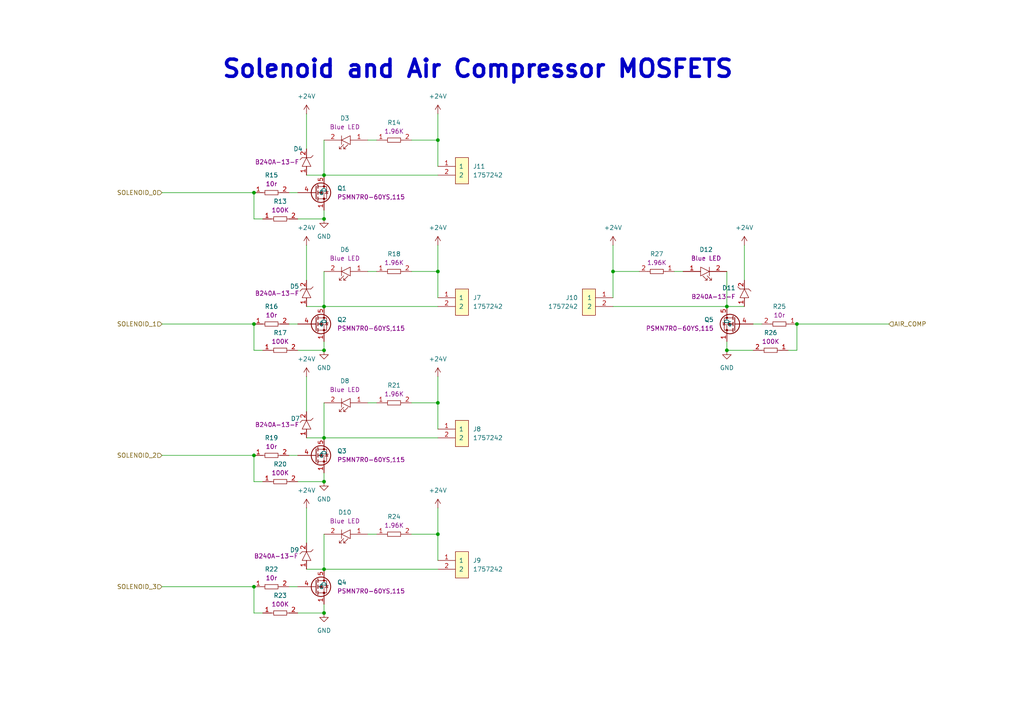
<source format=kicad_sch>
(kicad_sch (version 20231120) (generator "eeschema") (generator_version "8.0")
  (paper "A4")
  (junction (at 93.98 139.7))
  (junction (at 127 78.74))
  (junction (at 231.14 93.98))
  (junction (at 73.66 170.18))
  (junction (at 93.98 101.6))
  (junction (at 127 116.84))
  (junction (at 93.98 177.8))
  (junction (at 73.66 93.98))
  (junction (at 210.82 101.6))
  (junction (at 73.66 132.08))
  (junction (at 210.82 88.9))
  (junction (at 177.8 78.74))
  (junction (at 93.98 63.5))
  (junction (at 93.98 165.1))
  (junction (at 93.98 127))
  (junction (at 73.66 55.88))
  (junction (at 93.98 50.8))
  (junction (at 127 154.94))
  (junction (at 127 40.64))
  (junction (at 93.98 88.9))
  (wire (pts (xy 73.66 63.5) (xy 76.2 63.5)))
  (wire (pts (xy 127 78.74) (xy 127 71.12)))
  (wire (pts (xy 127 154.94) (xy 127 162.56)))
  (wire (pts (xy 119.38 116.84) (xy 127 116.84)))
  (wire (pts (xy 73.66 170.18) (xy 73.66 177.8)))
  (wire (pts (xy 46.99 132.08) (xy 73.66 132.08)))
  (wire (pts (xy 119.38 78.74) (xy 127 78.74)))
  (wire (pts (xy 127 154.94) (xy 127 147.32)))
  (wire (pts (xy 83.82 55.88) (xy 86.36 55.88)))
  (wire (pts (xy 86.36 63.5) (xy 93.98 63.5)))
  (wire (pts (xy 93.98 177.8) (xy 93.98 175.26)))
  (wire (pts (xy 93.98 78.74) (xy 93.98 88.9)))
  (wire (pts (xy 88.9 71.12) (xy 88.9 81.28)))
  (wire (pts (xy 93.98 154.94) (xy 93.98 165.1)))
  (wire (pts (xy 83.82 132.08) (xy 86.36 132.08)))
  (wire (pts (xy 93.98 50.8) (xy 127 50.8)))
  (wire (pts (xy 93.98 40.64) (xy 93.98 50.8)))
  (wire (pts (xy 127 78.74) (xy 127 86.36)))
  (wire (pts (xy 86.36 101.6) (xy 93.98 101.6)))
  (wire (pts (xy 93.98 63.5) (xy 93.98 60.96)))
  (wire (pts (xy 106.68 40.64) (xy 109.22 40.64)))
  (wire (pts (xy 231.14 93.98) (xy 231.14 101.6)))
  (wire (pts (xy 88.9 127) (xy 93.98 127)))
  (wire (pts (xy 198.12 78.74) (xy 195.58 78.74)))
  (wire (pts (xy 83.82 93.98) (xy 86.36 93.98)))
  (wire (pts (xy 106.68 116.84) (xy 109.22 116.84)))
  (wire (pts (xy 73.66 55.88) (xy 73.66 63.5)))
  (wire (pts (xy 88.9 165.1) (xy 93.98 165.1)))
  (wire (pts (xy 73.66 177.8) (xy 76.2 177.8)))
  (wire (pts (xy 119.38 40.64) (xy 127 40.64)))
  (wire (pts (xy 46.99 93.98) (xy 73.66 93.98)))
  (wire (pts (xy 93.98 139.7) (xy 93.98 137.16)))
  (wire (pts (xy 220.98 93.98) (xy 218.44 93.98)))
  (wire (pts (xy 46.99 170.18) (xy 73.66 170.18)))
  (wire (pts (xy 257.81 93.98) (xy 231.14 93.98)))
  (wire (pts (xy 88.9 88.9) (xy 93.98 88.9)))
  (wire (pts (xy 106.68 154.94) (xy 109.22 154.94)))
  (wire (pts (xy 127 40.64) (xy 127 48.26)))
  (wire (pts (xy 210.82 101.6) (xy 210.82 99.06)))
  (wire (pts (xy 93.98 127) (xy 127 127)))
  (wire (pts (xy 86.36 177.8) (xy 93.98 177.8)))
  (wire (pts (xy 86.36 139.7) (xy 93.98 139.7)))
  (wire (pts (xy 127 40.64) (xy 127 33.02)))
  (wire (pts (xy 73.66 132.08) (xy 73.66 139.7)))
  (wire (pts (xy 106.68 78.74) (xy 109.22 78.74)))
  (wire (pts (xy 231.14 101.6) (xy 228.6 101.6)))
  (wire (pts (xy 93.98 101.6) (xy 93.98 99.06)))
  (wire (pts (xy 93.98 116.84) (xy 93.98 127)))
  (wire (pts (xy 210.82 78.74) (xy 210.82 88.9)))
  (wire (pts (xy 88.9 109.22) (xy 88.9 119.38)))
  (wire (pts (xy 210.82 88.9) (xy 177.8 88.9)))
  (wire (pts (xy 73.66 101.6) (xy 76.2 101.6)))
  (wire (pts (xy 83.82 170.18) (xy 86.36 170.18)))
  (wire (pts (xy 215.9 88.9) (xy 210.82 88.9)))
  (wire (pts (xy 127 116.84) (xy 127 109.22)))
  (wire (pts (xy 88.9 50.8) (xy 93.98 50.8)))
  (wire (pts (xy 88.9 147.32) (xy 88.9 157.48)))
  (wire (pts (xy 218.44 101.6) (xy 210.82 101.6)))
  (wire (pts (xy 119.38 154.94) (xy 127 154.94)))
  (wire (pts (xy 177.8 78.74) (xy 177.8 86.36)))
  (wire (pts (xy 185.42 78.74) (xy 177.8 78.74)))
  (wire (pts (xy 215.9 71.12) (xy 215.9 81.28)))
  (wire (pts (xy 93.98 88.9) (xy 127 88.9)))
  (wire (pts (xy 46.99 55.88) (xy 73.66 55.88)))
  (wire (pts (xy 88.9 33.02) (xy 88.9 43.18)))
  (wire (pts (xy 177.8 78.74) (xy 177.8 71.12)))
  (wire (pts (xy 93.98 165.1) (xy 127 165.1)))
  (wire (pts (xy 73.66 139.7) (xy 76.2 139.7)))
  (wire (pts (xy 73.66 93.98) (xy 73.66 101.6)))
  (wire (pts (xy 127 116.84) (xy 127 124.46)))
  (text "Solenoid and Air Compressor MOSFETS" (at 138.5837 20.124 0) (effects (font (size 5 5) (thickness 1) (bold yes))))
  (hierarchical_label "SOLENOID_2" (shape input) (at 46.99 132.08 180))
  (hierarchical_label "SOLENOID_1" (shape input) (at 46.99 93.98 180))
  (hierarchical_label "SOLENOID_0" (shape input) (at 46.99 55.88 180))
  (hierarchical_label "SOLENOID_3" (shape input) (at 46.99 170.18 180))
  (hierarchical_label "AIR_COMP" (shape input) (at 257.81 93.98 0))
  (symbol (lib_id "power:+24V") (at 88.9 109.22 0) (unit 1)
    (property "Reference" "#PWR045" (effects (hide yes)))
    (property "Value" "+24V" (at 88.9 104.14 0))
    (property "Description" "Power symbol creates a global label with name \"+24V\"" (effects (hide yes)))
  )
  (symbol (lib_id "AVR-KiCAD-Lib-Connectors:1757242") (at 132.08 119.38 0) (unit 1)
    (property "Reference" "J8" (at 137.16 124.46 0) (effects (justify left)))
    (property "Value" "1757242" (at 137.16 127 0) (effects (justify left)))
    (property "Footprint" "AVR-KiCAD-Lib-Connectors:PhoenixContact_MSTBA-G_02x5.08mm_Angled" (effects (hide yes)))
    (property "Datasheet" "https://media.digikey.com/pdf/Data%20Sheets/Phoenix%20Contact%20PDFs/1757242.pdf" (effects (hide yes)))
    (property "Description" "2 Position Terminal Block Header, Male Pins, Shrouded (4 Side) 0.200\" (5.08mm) 90°, Right Angle  Through Hole" (effects (hide yes)))
    (property "Cost QTY: 1" "0.64000" (effects (hide yes)))
    (property "Cost QTY: 1000" "0.45518" (effects (hide yes)))
    (property "Cost QTY: 2500" "0.43375" (effects (hide yes)))
    (property "Cost QTY: 5000" "0.40698" (effects (hide yes)))
    (property "Cost QTY: 10000" "*" (effects (hide yes)))
    (property "MFR" "Phoenix Contact" (effects (hide yes)))
    (property "MFR#" "1757242" (effects (hide yes)))
    (property "Vendor" "Digikey" (effects (hide yes)))
    (property "Vendor #" "277-1106-ND" (effects (hide yes)))
    (property "Designer" "AVR" (effects (hide yes)))
    (property "Height" "12mm" (effects (hide yes)))
    (property "Date Created" "6/20/2020" (effects (hide yes)))
    (property "Date Modified" "6/20/2020" (effects (hide yes)))
    (property "Lead-Free ?" "Yes" (effects (hide yes)))
    (property "RoHS Levels" "1" (effects (hide yes)))
    (property "Mounting" "ThroughHole" (effects (hide yes)))
    (property "Pin Count #" "2" (effects (hide yes)))
    (property "Status" "Active" (effects (hide yes)))
    (property "Tolerance" "*" (effects (hide yes)))
    (property "Type" "Connector" (effects (hide yes)))
    (property "Voltage" "300V" (effects (hide yes)))
    (property "Package" "*" (effects (hide yes)))
    (property "_Value_" "1757242" (effects (hide yes)))
    (property "Management_ID" "*" (effects (hide yes)))
  )
  (symbol (lib_id "AVR-KiCAD-Lib-Connectors:1757242") (at 132.08 43.18 0) (unit 1)
    (property "Reference" "J11" (at 137.16 48.26 0) (effects (justify left)))
    (property "Value" "1757242" (at 137.16 50.8 0) (effects (justify left)))
    (property "Footprint" "AVR-KiCAD-Lib-Connectors:PhoenixContact_MSTBA-G_02x5.08mm_Angled" (effects (hide yes)))
    (property "Datasheet" "https://media.digikey.com/pdf/Data%20Sheets/Phoenix%20Contact%20PDFs/1757242.pdf" (effects (hide yes)))
    (property "Description" "2 Position Terminal Block Header, Male Pins, Shrouded (4 Side) 0.200\" (5.08mm) 90°, Right Angle  Through Hole" (effects (hide yes)))
    (property "Cost QTY: 1" "0.64000" (effects (hide yes)))
    (property "Cost QTY: 1000" "0.45518" (effects (hide yes)))
    (property "Cost QTY: 2500" "0.43375" (effects (hide yes)))
    (property "Cost QTY: 5000" "0.40698" (effects (hide yes)))
    (property "Cost QTY: 10000" "*" (effects (hide yes)))
    (property "MFR" "Phoenix Contact" (effects (hide yes)))
    (property "MFR#" "1757242" (effects (hide yes)))
    (property "Vendor" "Digikey" (effects (hide yes)))
    (property "Vendor #" "277-1106-ND" (effects (hide yes)))
    (property "Designer" "AVR" (effects (hide yes)))
    (property "Height" "12mm" (effects (hide yes)))
    (property "Date Created" "6/20/2020" (effects (hide yes)))
    (property "Date Modified" "6/20/2020" (effects (hide yes)))
    (property "Lead-Free ?" "Yes" (effects (hide yes)))
    (property "RoHS Levels" "1" (effects (hide yes)))
    (property "Mounting" "ThroughHole" (effects (hide yes)))
    (property "Pin Count #" "2" (effects (hide yes)))
    (property "Status" "Active" (effects (hide yes)))
    (property "Tolerance" "*" (effects (hide yes)))
    (property "Type" "Connector" (effects (hide yes)))
    (property "Voltage" "300V" (effects (hide yes)))
    (property "Package" "*" (effects (hide yes)))
    (property "_Value_" "1757242" (effects (hide yes)))
    (property "Management_ID" "*" (effects (hide yes)))
  )
  (symbol (lib_id "AVR-KiCAD-Lib-Resistors:RC0805FR-0710RL") (at 78.74 170.18 0) (unit 1)
    (property "Reference" "R22" (at 78.74 165.1 0))
    (property "Value" "RC0805FR-0710RL" (effects (hide yes)))
    (property "Footprint" "AVR-KiCAD-Lib-Resistors:R0805" (effects (hide yes)))
    (property "Datasheet" "https://www.yageo.com/upload/media/product/products/datasheet/rchip/PYu-RC_Group_51_RoHS_L_12.pdf" (effects (hide yes)))
    (property "Description" "10 Ohms ±1% 0.125W, 1/8W Chip Resistor 0805 (2012 Metric) Moisture Resistant Thick Film" (effects (hide yes)))
    (property "Cost QTY: 1" "0.10000" (effects (hide yes)))
    (property "Cost QTY: 1000" "0.01462" (effects (hide yes)))
    (property "Cost QTY: 2500" "*" (effects (hide yes)))
    (property "Cost QTY: 5000" "0.01099" (effects (hide yes)))
    (property "Cost QTY: 10000" "0.00983" (effects (hide yes)))
    (property "MFR" "YAGEO" (effects (hide yes)))
    (property "MFR#" "RC0805FR-0710RL" (effects (hide yes)))
    (property "Vendor" "Digikey" (effects (hide yes)))
    (property "Vendor #" "311-10.0CRTR-ND" (effects (hide yes)))
    (property "Designer" "Adam Vadala-Roth" (effects (hide yes)))
    (property "Height" "0.6mm" (effects (hide yes)))
    (property "Date Created" "7/14/2024" (effects (hide yes)))
    (property "Date Modified" "7/14/2024" (effects (hide yes)))
    (property "Lead-Free ?" "Yes" (effects (hide yes)))
    (property "RoHS Levels" "1" (effects (hide yes)))
    (property "Mounting" "SMT" (effects (hide yes)))
    (property "Pin Count #" "2" (effects (hide yes)))
    (property "Status" "Active" (effects (hide yes)))
    (property "Tolerance" "1%" (effects (hide yes)))
    (property "Type" "Resistor" (effects (hide yes)))
    (property "Voltage" "*" (effects (hide yes)))
    (property "Package" "0805" (effects (hide yes)))
    (property "_Value_" "10r" (at 78.74 167.64 0))
    (property "Management_ID" "*" (effects (hide yes)))
  )
  (symbol (lib_id "AVR-KiCAD-Lib-Connectors:1757242") (at 132.08 157.48 0) (unit 1)
    (property "Reference" "J9" (at 137.16 162.56 0) (effects (justify left)))
    (property "Value" "1757242" (at 137.16 165.1 0) (effects (justify left)))
    (property "Footprint" "AVR-KiCAD-Lib-Connectors:PhoenixContact_MSTBA-G_02x5.08mm_Angled" (effects (hide yes)))
    (property "Datasheet" "https://media.digikey.com/pdf/Data%20Sheets/Phoenix%20Contact%20PDFs/1757242.pdf" (effects (hide yes)))
    (property "Description" "2 Position Terminal Block Header, Male Pins, Shrouded (4 Side) 0.200\" (5.08mm) 90°, Right Angle  Through Hole" (effects (hide yes)))
    (property "Cost QTY: 1" "0.64000" (effects (hide yes)))
    (property "Cost QTY: 1000" "0.45518" (effects (hide yes)))
    (property "Cost QTY: 2500" "0.43375" (effects (hide yes)))
    (property "Cost QTY: 5000" "0.40698" (effects (hide yes)))
    (property "Cost QTY: 10000" "*" (effects (hide yes)))
    (property "MFR" "Phoenix Contact" (effects (hide yes)))
    (property "MFR#" "1757242" (effects (hide yes)))
    (property "Vendor" "Digikey" (effects (hide yes)))
    (property "Vendor #" "277-1106-ND" (effects (hide yes)))
    (property "Designer" "AVR" (effects (hide yes)))
    (property "Height" "12mm" (effects (hide yes)))
    (property "Date Created" "6/20/2020" (effects (hide yes)))
    (property "Date Modified" "6/20/2020" (effects (hide yes)))
    (property "Lead-Free ?" "Yes" (effects (hide yes)))
    (property "RoHS Levels" "1" (effects (hide yes)))
    (property "Mounting" "ThroughHole" (effects (hide yes)))
    (property "Pin Count #" "2" (effects (hide yes)))
    (property "Status" "Active" (effects (hide yes)))
    (property "Tolerance" "*" (effects (hide yes)))
    (property "Type" "Connector" (effects (hide yes)))
    (property "Voltage" "300V" (effects (hide yes)))
    (property "Package" "*" (effects (hide yes)))
    (property "_Value_" "1757242" (effects (hide yes)))
    (property "Management_ID" "*" (effects (hide yes)))
  )
  (symbol (lib_id "AVR-KiCAD-Lib-Transistors:PSMN7R0-60YS,115") (at 210.82 93.98 0) (mirror y) (unit 1)
    (property "Reference" "Q5" (at 207.01 92.7099 0) (effects (justify left)))
    (property "Value" "PSMN7R0-60YS,115" (effects (hide yes)))
    (property "Footprint" "AVR-KiCAD-Lib-Transistors:IC5_PSMN7R0-60YS_115_NEX-L" (effects (hide yes)))
    (property "Datasheet" "https://assets.nexperia.com/documents/data-sheet/PSMN7R0-60YS.pdf" (effects (hide yes)))
    (property "Description" "N-Channel 60 V 89A (Tc) 117W (Tc) Surface Mount LFPAK56, Power-SO8" (effects (hide yes)))
    (property "Cost QTY: 1" "1.20000" (effects (hide yes)))
    (property "Cost QTY: 1000" "0.64856" (effects (hide yes)))
    (property "Cost QTY: 2500" "0.52833" (effects (hide yes)))
    (property "Cost QTY: 5000" "0.49736" (effects (hide yes)))
    (property "Cost QTY: 10000" "*" (effects (hide yes)))
    (property "MFR" "Nexperia USA Inc." (effects (hide yes)))
    (property "MFR#" "PSMN7R0-60YS,115" (effects (hide yes)))
    (property "Vendor" "Digikey" (effects (hide yes)))
    (property "Vendor #" "1727-4635-2-ND" (effects (hide yes)))
    (property "Designer" "Adam Vadala-Roth" (effects (hide yes)))
    (property "Height" "1.2mm" (effects (hide yes)))
    (property "Date Created" "7/14/2024" (effects (hide yes)))
    (property "Date Modified" "7/14/2024" (effects (hide yes)))
    (property "Lead-Free ?" "Yes" (effects (hide yes)))
    (property "RoHS Levels" "1" (effects (hide yes)))
    (property "Mounting" "SMT" (effects (hide yes)))
    (property "Pin Count #" "5" (effects (hide yes)))
    (property "Status" "Active" (effects (hide yes)))
    (property "Tolerance" "*" (effects (hide yes)))
    (property "Type" "Transistor" (effects (hide yes)))
    (property "Voltage" "60V" (effects (hide yes)))
    (property "Package" "LFPAK56" (effects (hide yes)))
    (property "_Value_" "PSMN7R0-60YS,115" (at 207.01 95.2499 0) (effects (justify left)))
    (property "Management_ID" "*" (effects (hide yes)))
  )
  (symbol (lib_id "AVR-KiCAD-Lib-Diodes:B240A-13-F") (at 88.9 85.09 270) (mirror x) (unit 1)
    (property "Reference" "D5" (at 84.074 83.058 90) (effects (justify left)))
    (property "Value" "B240A-13-F" (effects (hide yes)))
    (property "Footprint" "AVR-KiCAD-Lib-Diodes:B240A-13-F" (effects (hide yes)))
    (property "Datasheet" "https://www.diodes.com/assets/Datasheets/ds13004.pdf" (effects (hide yes)))
    (property "Description" "Diode Schottky 40V 2A Surface Mount SMA" (effects (hide yes)))
    (property "Cost QTY: 1" "0.41000" (effects (hide yes)))
    (property "Cost QTY: 1000" "0.10100" (effects (hide yes)))
    (property "Cost QTY: 2500" "0.09242" (effects (hide yes)))
    (property "Cost QTY: 5000" "0.08838" (effects (hide yes)))
    (property "Cost QTY: 10000" "0.07828" (effects (hide yes)))
    (property "MFR" "Diodes Incorporated" (effects (hide yes)))
    (property "MFR#" "B240A-13-F" (effects (hide yes)))
    (property "Vendor" "Digikey" (effects (hide yes)))
    (property "Vendor #" "B240A-FDICT-ND" (effects (hide yes)))
    (property "Designer" "AVR" (effects (hide yes)))
    (property "Height" "0.73mm" (effects (hide yes)))
    (property "Date Created" "3/30/2020" (effects (hide yes)))
    (property "Date Modified" "3/30/2020" (effects (hide yes)))
    (property "Lead-Free ?" "Yes" (effects (hide yes)))
    (property "RoHS Levels" "1" (effects (hide yes)))
    (property "Mounting" "SMT" (effects (hide yes)))
    (property "Pin Count #" "2" (effects (hide yes)))
    (property "Status" "Active" (effects (hide yes)))
    (property "Tolerance" "*" (effects (hide yes)))
    (property "Type" "TVS Diode" (effects (hide yes)))
    (property "Voltage" "40V" (effects (hide yes)))
    (property "Package" "DO-214AC, SMA" (effects (hide yes)))
    (property "_Value_" "B240A-13-F" (at 73.914 85.09 90) (effects (justify left)))
    (property "Management_ID" "*" (effects (hide yes)))
  )
  (symbol (lib_id "AVR-KiCAD-Lib-Diodes:LTST-C194TBKT") (at 100.33 78.74 180) (unit 1)
    (property "Reference" "D6" (at 100.0125 72.39 0))
    (property "Value" "LTST-C194TBKT" (effects (hide yes)))
    (property "Footprint" "AVR-KiCAD-Lib-Diodes:LED0603" (effects (hide yes)))
    (property "Datasheet" "http://optoelectronics.liteon.com/upload/download/DS22-2010-0025/LTST-C194TBKT.PDF" (effects (hide yes)))
    (property "Description" "Blue 468nm LED Indication - Discrete 3.3V 0603 (1608 Metric)" (effects (hide yes)))
    (property "Cost QTY: 1" "0.42000" (effects (hide yes)))
    (property "Cost QTY: 1000" "0.07797" (effects (hide yes)))
    (property "Cost QTY: 2500" "*" (effects (hide yes)))
    (property "Cost QTY: 5000" "0.06102" (effects (hide yes)))
    (property "Cost QTY: 10000" "0.05424" (effects (hide yes)))
    (property "MFR" "Lite-On Inc." (effects (hide yes)))
    (property "MFR#" "LTST-C194TBKT" (effects (hide yes)))
    (property "Vendor" "Digikey" (effects (hide yes)))
    (property "Vendor #" "160-1837-2-ND" (effects (hide yes)))
    (property "Designer" "AVR" (effects (hide yes)))
    (property "Height" "0.45mm" (effects (hide yes)))
    (property "Date Created" "3/1/2020" (effects (hide yes)))
    (property "Date Modified" "3/1/2020" (effects (hide yes)))
    (property "Lead-Free ?" "Yes" (effects (hide yes)))
    (property "RoHS Levels" "1" (effects (hide yes)))
    (property "Mounting" "SMT" (effects (hide yes)))
    (property "Pin Count #" "2" (effects (hide yes)))
    (property "Status" "Active" (effects (hide yes)))
    (property "Tolerance" "*" (effects (hide yes)))
    (property "Type" "Blue LED Colorless" (effects (hide yes)))
    (property "Voltage" "3.3V" (effects (hide yes)))
    (property "Package" "0603" (effects (hide yes)))
    (property "_Value_" "Blue LED" (at 100.0125 74.93 0))
    (property "Management_ID" "*" (effects (hide yes)))
  )
  (symbol (lib_id "power:+24V") (at 88.9 71.12 0) (unit 1)
    (property "Reference" "#PWR042" (effects (hide yes)))
    (property "Value" "+24V" (at 88.9 66.04 0))
    (property "Description" "Power symbol creates a global label with name \"+24V\"" (effects (hide yes)))
  )
  (symbol (lib_id "power:+24V") (at 88.9 147.32 0) (unit 1)
    (property "Reference" "#PWR048" (effects (hide yes)))
    (property "Value" "+24V" (at 88.9 142.24 0))
    (property "Description" "Power symbol creates a global label with name \"+24V\"" (effects (hide yes)))
  )
  (symbol (lib_id "power:GND") (at 93.98 63.5 0) (unit 1)
    (property "Reference" "#PWR040" (effects (hide yes)))
    (property "Value" "GND" (at 93.98 68.58 0))
    (property "Description" "Power symbol creates a global label with name \"GND\" , ground" (effects (hide yes)))
  )
  (symbol (lib_id "power:+24V") (at 88.9 33.02 0) (unit 1)
    (property "Reference" "#PWR041" (effects (hide yes)))
    (property "Value" "+24V" (at 88.9 27.94 0))
    (property "Description" "Power symbol creates a global label with name \"+24V\"" (effects (hide yes)))
  )
  (symbol (lib_id "AVR-KiCAD-Lib-Diodes:LTST-C194TBKT") (at 100.33 40.64 180) (unit 1)
    (property "Reference" "D3" (at 100.0125 34.29 0))
    (property "Value" "LTST-C194TBKT" (effects (hide yes)))
    (property "Footprint" "AVR-KiCAD-Lib-Diodes:LED0603" (effects (hide yes)))
    (property "Datasheet" "http://optoelectronics.liteon.com/upload/download/DS22-2010-0025/LTST-C194TBKT.PDF" (effects (hide yes)))
    (property "Description" "Blue 468nm LED Indication - Discrete 3.3V 0603 (1608 Metric)" (effects (hide yes)))
    (property "Cost QTY: 1" "0.42000" (effects (hide yes)))
    (property "Cost QTY: 1000" "0.07797" (effects (hide yes)))
    (property "Cost QTY: 2500" "*" (effects (hide yes)))
    (property "Cost QTY: 5000" "0.06102" (effects (hide yes)))
    (property "Cost QTY: 10000" "0.05424" (effects (hide yes)))
    (property "MFR" "Lite-On Inc." (effects (hide yes)))
    (property "MFR#" "LTST-C194TBKT" (effects (hide yes)))
    (property "Vendor" "Digikey" (effects (hide yes)))
    (property "Vendor #" "160-1837-2-ND" (effects (hide yes)))
    (property "Designer" "AVR" (effects (hide yes)))
    (property "Height" "0.45mm" (effects (hide yes)))
    (property "Date Created" "3/1/2020" (effects (hide yes)))
    (property "Date Modified" "3/1/2020" (effects (hide yes)))
    (property "Lead-Free ?" "Yes" (effects (hide yes)))
    (property "RoHS Levels" "1" (effects (hide yes)))
    (property "Mounting" "SMT" (effects (hide yes)))
    (property "Pin Count #" "2" (effects (hide yes)))
    (property "Status" "Active" (effects (hide yes)))
    (property "Tolerance" "*" (effects (hide yes)))
    (property "Type" "Blue LED Colorless" (effects (hide yes)))
    (property "Voltage" "3.3V" (effects (hide yes)))
    (property "Package" "0603" (effects (hide yes)))
    (property "_Value_" "Blue LED" (at 100.0125 36.83 0))
    (property "Management_ID" "*" (effects (hide yes)))
  )
  (symbol (lib_id "power:+24V") (at 215.9 71.12 0) (mirror y) (unit 1)
    (property "Reference" "#PWR051" (effects (hide yes)))
    (property "Value" "+24V" (at 215.9 66.04 0))
    (property "Description" "Power symbol creates a global label with name \"+24V\"" (effects (hide yes)))
  )
  (symbol (lib_id "AVR-KiCAD-Lib-Resistors:RC0805FR-07100KL") (at 81.28 139.7 0) (unit 1)
    (property "Reference" "R20" (at 81.28 134.62 0))
    (property "Value" "RC0805FR-07100KL" (effects (hide yes)))
    (property "Footprint" "AVR-KiCAD-Lib-Resistors:R0805" (effects (hide yes)))
    (property "Datasheet" "https://www.yageo.com/upload/media/product/products/datasheet/rchip/PYu-RC_Group_51_RoHS_L_12.pdf" (effects (hide yes)))
    (property "Description" "100 kOhms ±1% 0.125W, 1/8W Chip Resistor 0805 (2012 Metric) Moisture Resistant Thick Film" (effects (hide yes)))
    (property "Cost QTY: 1" "0.10000" (effects (hide yes)))
    (property "Cost QTY: 1000" "0.00787" (effects (hide yes)))
    (property "Cost QTY: 2500" "*" (effects (hide yes)))
    (property "Cost QTY: 5000" "0.00577" (effects (hide yes)))
    (property "Cost QTY: 10000" "0.00511" (effects (hide yes)))
    (property "MFR" "YAGEO" (effects (hide yes)))
    (property "MFR#" "RC0805FR-07100KL" (effects (hide yes)))
    (property "Vendor" "Digikey" (effects (hide yes)))
    (property "Vendor #" "311-100KCRTR-ND" (effects (hide yes)))
    (property "Designer" "AVR" (effects (hide yes)))
    (property "Height" "0.6mm" (effects (hide yes)))
    (property "Date Created" "2/27/2024" (effects (hide yes)))
    (property "Date Modified" "2/27/2024" (effects (hide yes)))
    (property "Lead-Free ?" "Yes" (effects (hide yes)))
    (property "RoHS Levels" "1" (effects (hide yes)))
    (property "Mounting" "SMT" (effects (hide yes)))
    (property "Pin Count #" "2" (effects (hide yes)))
    (property "Status" "Active" (effects (hide yes)))
    (property "Tolerance" "1%" (effects (hide yes)))
    (property "Type" "Resistor" (effects (hide yes)))
    (property "Voltage" "*" (effects (hide yes)))
    (property "Package" "0805" (effects (hide yes)))
    (property "_Value_" "100K" (at 81.28 137.16 0))
    (property "Management_ID" "*" (effects (hide yes)))
  )
  (symbol (lib_id "AVR-KiCAD-Lib-Diodes:B240A-13-F") (at 88.9 123.19 270) (mirror x) (unit 1)
    (property "Reference" "D7" (at 84.328 121.412 90) (effects (justify left)))
    (property "Value" "B240A-13-F" (effects (hide yes)))
    (property "Footprint" "AVR-KiCAD-Lib-Diodes:B240A-13-F" (effects (hide yes)))
    (property "Datasheet" "https://www.diodes.com/assets/Datasheets/ds13004.pdf" (effects (hide yes)))
    (property "Description" "Diode Schottky 40V 2A Surface Mount SMA" (effects (hide yes)))
    (property "Cost QTY: 1" "0.41000" (effects (hide yes)))
    (property "Cost QTY: 1000" "0.10100" (effects (hide yes)))
    (property "Cost QTY: 2500" "0.09242" (effects (hide yes)))
    (property "Cost QTY: 5000" "0.08838" (effects (hide yes)))
    (property "Cost QTY: 10000" "0.07828" (effects (hide yes)))
    (property "MFR" "Diodes Incorporated" (effects (hide yes)))
    (property "MFR#" "B240A-13-F" (effects (hide yes)))
    (property "Vendor" "Digikey" (effects (hide yes)))
    (property "Vendor #" "B240A-FDICT-ND" (effects (hide yes)))
    (property "Designer" "AVR" (effects (hide yes)))
    (property "Height" "0.73mm" (effects (hide yes)))
    (property "Date Created" "3/30/2020" (effects (hide yes)))
    (property "Date Modified" "3/30/2020" (effects (hide yes)))
    (property "Lead-Free ?" "Yes" (effects (hide yes)))
    (property "RoHS Levels" "1" (effects (hide yes)))
    (property "Mounting" "SMT" (effects (hide yes)))
    (property "Pin Count #" "2" (effects (hide yes)))
    (property "Status" "Active" (effects (hide yes)))
    (property "Tolerance" "*" (effects (hide yes)))
    (property "Type" "TVS Diode" (effects (hide yes)))
    (property "Voltage" "40V" (effects (hide yes)))
    (property "Package" "DO-214AC, SMA" (effects (hide yes)))
    (property "_Value_" "B240A-13-F" (at 73.914 123.19 90) (effects (justify left)))
    (property "Management_ID" "*" (effects (hide yes)))
  )
  (symbol (lib_id "AVR-KiCAD-Lib-Resistors:RC0805FR-0710RL") (at 78.74 55.88 0) (unit 1)
    (property "Reference" "R15" (at 78.74 50.8 0))
    (property "Value" "RC0805FR-0710RL" (effects (hide yes)))
    (property "Footprint" "AVR-KiCAD-Lib-Resistors:R0805" (effects (hide yes)))
    (property "Datasheet" "https://www.yageo.com/upload/media/product/products/datasheet/rchip/PYu-RC_Group_51_RoHS_L_12.pdf" (effects (hide yes)))
    (property "Description" "10 Ohms ±1% 0.125W, 1/8W Chip Resistor 0805 (2012 Metric) Moisture Resistant Thick Film" (effects (hide yes)))
    (property "Cost QTY: 1" "0.10000" (effects (hide yes)))
    (property "Cost QTY: 1000" "0.01462" (effects (hide yes)))
    (property "Cost QTY: 2500" "*" (effects (hide yes)))
    (property "Cost QTY: 5000" "0.01099" (effects (hide yes)))
    (property "Cost QTY: 10000" "0.00983" (effects (hide yes)))
    (property "MFR" "YAGEO" (effects (hide yes)))
    (property "MFR#" "RC0805FR-0710RL" (effects (hide yes)))
    (property "Vendor" "Digikey" (effects (hide yes)))
    (property "Vendor #" "311-10.0CRTR-ND" (effects (hide yes)))
    (property "Designer" "Adam Vadala-Roth" (effects (hide yes)))
    (property "Height" "0.6mm" (effects (hide yes)))
    (property "Date Created" "7/14/2024" (effects (hide yes)))
    (property "Date Modified" "7/14/2024" (effects (hide yes)))
    (property "Lead-Free ?" "Yes" (effects (hide yes)))
    (property "RoHS Levels" "1" (effects (hide yes)))
    (property "Mounting" "SMT" (effects (hide yes)))
    (property "Pin Count #" "2" (effects (hide yes)))
    (property "Status" "Active" (effects (hide yes)))
    (property "Tolerance" "1%" (effects (hide yes)))
    (property "Type" "Resistor" (effects (hide yes)))
    (property "Voltage" "*" (effects (hide yes)))
    (property "Package" "0805" (effects (hide yes)))
    (property "_Value_" "10r" (at 78.74 53.34 0))
    (property "Management_ID" "*" (effects (hide yes)))
  )
  (symbol (lib_id "AVR-KiCAD-Lib-Resistors:RC0805FR-07100KL") (at 81.28 101.6 0) (unit 1)
    (property "Reference" "R17" (at 81.28 96.52 0))
    (property "Value" "RC0805FR-07100KL" (effects (hide yes)))
    (property "Footprint" "AVR-KiCAD-Lib-Resistors:R0805" (effects (hide yes)))
    (property "Datasheet" "https://www.yageo.com/upload/media/product/products/datasheet/rchip/PYu-RC_Group_51_RoHS_L_12.pdf" (effects (hide yes)))
    (property "Description" "100 kOhms ±1% 0.125W, 1/8W Chip Resistor 0805 (2012 Metric) Moisture Resistant Thick Film" (effects (hide yes)))
    (property "Cost QTY: 1" "0.10000" (effects (hide yes)))
    (property "Cost QTY: 1000" "0.00787" (effects (hide yes)))
    (property "Cost QTY: 2500" "*" (effects (hide yes)))
    (property "Cost QTY: 5000" "0.00577" (effects (hide yes)))
    (property "Cost QTY: 10000" "0.00511" (effects (hide yes)))
    (property "MFR" "YAGEO" (effects (hide yes)))
    (property "MFR#" "RC0805FR-07100KL" (effects (hide yes)))
    (property "Vendor" "Digikey" (effects (hide yes)))
    (property "Vendor #" "311-100KCRTR-ND" (effects (hide yes)))
    (property "Designer" "AVR" (effects (hide yes)))
    (property "Height" "0.6mm" (effects (hide yes)))
    (property "Date Created" "2/27/2024" (effects (hide yes)))
    (property "Date Modified" "2/27/2024" (effects (hide yes)))
    (property "Lead-Free ?" "Yes" (effects (hide yes)))
    (property "RoHS Levels" "1" (effects (hide yes)))
    (property "Mounting" "SMT" (effects (hide yes)))
    (property "Pin Count #" "2" (effects (hide yes)))
    (property "Status" "Active" (effects (hide yes)))
    (property "Tolerance" "1%" (effects (hide yes)))
    (property "Type" "Resistor" (effects (hide yes)))
    (property "Voltage" "*" (effects (hide yes)))
    (property "Package" "0805" (effects (hide yes)))
    (property "_Value_" "100K" (at 81.28 99.06 0))
    (property "Management_ID" "*" (effects (hide yes)))
  )
  (symbol (lib_id "AVR-KiCAD-Lib-Diodes:B240A-13-F") (at 215.9 85.09 90) (unit 1)
    (property "Reference" "D11" (at 213.36 83.5024 90) (effects (justify left)))
    (property "Value" "B240A-13-F" (effects (hide yes)))
    (property "Footprint" "AVR-KiCAD-Lib-Diodes:B240A-13-F" (effects (hide yes)))
    (property "Datasheet" "https://www.diodes.com/assets/Datasheets/ds13004.pdf" (effects (hide yes)))
    (property "Description" "Diode Schottky 40V 2A Surface Mount SMA" (effects (hide yes)))
    (property "Cost QTY: 1" "0.41000" (effects (hide yes)))
    (property "Cost QTY: 1000" "0.10100" (effects (hide yes)))
    (property "Cost QTY: 2500" "0.09242" (effects (hide yes)))
    (property "Cost QTY: 5000" "0.08838" (effects (hide yes)))
    (property "Cost QTY: 10000" "0.07828" (effects (hide yes)))
    (property "MFR" "Diodes Incorporated" (effects (hide yes)))
    (property "MFR#" "B240A-13-F" (effects (hide yes)))
    (property "Vendor" "Digikey" (effects (hide yes)))
    (property "Vendor #" "B240A-FDICT-ND" (effects (hide yes)))
    (property "Designer" "AVR" (effects (hide yes)))
    (property "Height" "0.73mm" (effects (hide yes)))
    (property "Date Created" "3/30/2020" (effects (hide yes)))
    (property "Date Modified" "3/30/2020" (effects (hide yes)))
    (property "Lead-Free ?" "Yes" (effects (hide yes)))
    (property "RoHS Levels" "1" (effects (hide yes)))
    (property "Mounting" "SMT" (effects (hide yes)))
    (property "Pin Count #" "2" (effects (hide yes)))
    (property "Status" "Active" (effects (hide yes)))
    (property "Tolerance" "*" (effects (hide yes)))
    (property "Type" "TVS Diode" (effects (hide yes)))
    (property "Voltage" "40V" (effects (hide yes)))
    (property "Package" "DO-214AC, SMA" (effects (hide yes)))
    (property "_Value_" "B240A-13-F" (at 213.36 86.0424 90) (effects (justify left)))
    (property "Management_ID" "*" (effects (hide yes)))
  )
  (symbol (lib_id "power:GND") (at 93.98 101.6 0) (unit 1)
    (property "Reference" "#PWR043" (effects (hide yes)))
    (property "Value" "GND" (at 93.98 106.68 0))
    (property "Description" "Power symbol creates a global label with name \"GND\" , ground" (effects (hide yes)))
  )
  (symbol (lib_id "AVR-KiCAD-Lib-Resistors:RC0805FR-0710RL") (at 78.74 132.08 0) (unit 1)
    (property "Reference" "R19" (at 78.74 127 0))
    (property "Value" "RC0805FR-0710RL" (effects (hide yes)))
    (property "Footprint" "AVR-KiCAD-Lib-Resistors:R0805" (effects (hide yes)))
    (property "Datasheet" "https://www.yageo.com/upload/media/product/products/datasheet/rchip/PYu-RC_Group_51_RoHS_L_12.pdf" (effects (hide yes)))
    (property "Description" "10 Ohms ±1% 0.125W, 1/8W Chip Resistor 0805 (2012 Metric) Moisture Resistant Thick Film" (effects (hide yes)))
    (property "Cost QTY: 1" "0.10000" (effects (hide yes)))
    (property "Cost QTY: 1000" "0.01462" (effects (hide yes)))
    (property "Cost QTY: 2500" "*" (effects (hide yes)))
    (property "Cost QTY: 5000" "0.01099" (effects (hide yes)))
    (property "Cost QTY: 10000" "0.00983" (effects (hide yes)))
    (property "MFR" "YAGEO" (effects (hide yes)))
    (property "MFR#" "RC0805FR-0710RL" (effects (hide yes)))
    (property "Vendor" "Digikey" (effects (hide yes)))
    (property "Vendor #" "311-10.0CRTR-ND" (effects (hide yes)))
    (property "Designer" "Adam Vadala-Roth" (effects (hide yes)))
    (property "Height" "0.6mm" (effects (hide yes)))
    (property "Date Created" "7/14/2024" (effects (hide yes)))
    (property "Date Modified" "7/14/2024" (effects (hide yes)))
    (property "Lead-Free ?" "Yes" (effects (hide yes)))
    (property "RoHS Levels" "1" (effects (hide yes)))
    (property "Mounting" "SMT" (effects (hide yes)))
    (property "Pin Count #" "2" (effects (hide yes)))
    (property "Status" "Active" (effects (hide yes)))
    (property "Tolerance" "1%" (effects (hide yes)))
    (property "Type" "Resistor" (effects (hide yes)))
    (property "Voltage" "*" (effects (hide yes)))
    (property "Package" "0805" (effects (hide yes)))
    (property "_Value_" "10r" (at 78.74 129.54 0))
    (property "Management_ID" "*" (effects (hide yes)))
  )
  (symbol (lib_id "power:+24V") (at 127 71.12 0) (unit 1)
    (property "Reference" "#PWR044" (effects (hide yes)))
    (property "Value" "+24V" (at 127 66.04 0))
    (property "Description" "Power symbol creates a global label with name \"+24V\"" (effects (hide yes)))
  )
  (symbol (lib_id "AVR-KiCAD-Lib-Transistors:PSMN7R0-60YS,115") (at 93.98 93.98 0) (unit 1)
    (property "Reference" "Q2" (at 97.79 92.7099 0) (effects (justify left)))
    (property "Value" "PSMN7R0-60YS,115" (effects (hide yes)))
    (property "Footprint" "AVR-KiCAD-Lib-Transistors:IC5_PSMN7R0-60YS_115_NEX-L" (effects (hide yes)))
    (property "Datasheet" "https://assets.nexperia.com/documents/data-sheet/PSMN7R0-60YS.pdf" (effects (hide yes)))
    (property "Description" "N-Channel 60 V 89A (Tc) 117W (Tc) Surface Mount LFPAK56, Power-SO8" (effects (hide yes)))
    (property "Cost QTY: 1" "1.20000" (effects (hide yes)))
    (property "Cost QTY: 1000" "0.64856" (effects (hide yes)))
    (property "Cost QTY: 2500" "0.52833" (effects (hide yes)))
    (property "Cost QTY: 5000" "0.49736" (effects (hide yes)))
    (property "Cost QTY: 10000" "*" (effects (hide yes)))
    (property "MFR" "Nexperia USA Inc." (effects (hide yes)))
    (property "MFR#" "PSMN7R0-60YS,115" (effects (hide yes)))
    (property "Vendor" "Digikey" (effects (hide yes)))
    (property "Vendor #" "1727-4635-2-ND" (effects (hide yes)))
    (property "Designer" "Adam Vadala-Roth" (effects (hide yes)))
    (property "Height" "1.2mm" (effects (hide yes)))
    (property "Date Created" "7/14/2024" (effects (hide yes)))
    (property "Date Modified" "7/14/2024" (effects (hide yes)))
    (property "Lead-Free ?" "Yes" (effects (hide yes)))
    (property "RoHS Levels" "1" (effects (hide yes)))
    (property "Mounting" "SMT" (effects (hide yes)))
    (property "Pin Count #" "5" (effects (hide yes)))
    (property "Status" "Active" (effects (hide yes)))
    (property "Tolerance" "*" (effects (hide yes)))
    (property "Type" "Transistor" (effects (hide yes)))
    (property "Voltage" "60V" (effects (hide yes)))
    (property "Package" "LFPAK56" (effects (hide yes)))
    (property "_Value_" "PSMN7R0-60YS,115" (at 97.79 95.2499 0) (effects (justify left)))
    (property "Management_ID" "*" (effects (hide yes)))
  )
  (symbol (lib_id "power:GND") (at 210.82 101.6 0) (mirror y) (unit 1)
    (property "Reference" "#PWR052" (effects (hide yes)))
    (property "Value" "GND" (at 210.82 106.68 0))
    (property "Description" "Power symbol creates a global label with name \"GND\" , ground" (effects (hide yes)))
  )
  (symbol (lib_id "AVR-KiCAD-Lib-Resistors:RC0805FR-071K96L") (at 190.5 78.74 0) (mirror y) (unit 1)
    (property "Reference" "R27" (at 190.5 73.66 0))
    (property "Value" "RC0805FR-071K96L" (effects (hide yes)))
    (property "Footprint" "AVR-KiCAD-Lib-Resistors:R0805" (effects (hide yes)))
    (property "Datasheet" "https://www.yageo.com/upload/media/product/products/datasheet/rchip/PYu-RC_Group_51_RoHS_L_12.pdf" (effects (hide yes)))
    (property "Description" "1.96 kOhms ±1% 0.125W, 1/8W Chip Resistor 0805 (2012 Metric) Moisture Resistant Thick Film" (effects (hide yes)))
    (property "Cost QTY: 1" "0.10000" (effects (hide yes)))
    (property "Cost QTY: 1000" "0.00787" (effects (hide yes)))
    (property "Cost QTY: 2500" "*" (effects (hide yes)))
    (property "Cost QTY: 5000" "0.00577" (effects (hide yes)))
    (property "Cost QTY: 10000" "0.00511" (effects (hide yes)))
    (property "MFR" "YAGEO" (effects (hide yes)))
    (property "MFR#" "RC0805FR-071K96L" (effects (hide yes)))
    (property "Vendor" "Digikey" (effects (hide yes)))
    (property "Vendor #" "311-1.96KCRTR-ND" (effects (hide yes)))
    (property "Designer" "Adam Vadala-Roth" (effects (hide yes)))
    (property "Height" "0.6mm" (effects (hide yes)))
    (property "Date Created" "3/12/2024" (effects (hide yes)))
    (property "Date Modified" "3/12/2024" (effects (hide yes)))
    (property "Lead-Free ?" "Yes" (effects (hide yes)))
    (property "RoHS Levels" "1" (effects (hide yes)))
    (property "Mounting" "SMT" (effects (hide yes)))
    (property "Pin Count #" "2" (effects (hide yes)))
    (property "Status" "Active" (effects (hide yes)))
    (property "Tolerance" "1%" (effects (hide yes)))
    (property "Type" "Resistor" (effects (hide yes)))
    (property "Voltage" "N/A" (effects (hide yes)))
    (property "Package" "0805" (effects (hide yes)))
    (property "_Value_" "1.96K" (at 190.5 76.2 0))
    (property "Management_ID" "*" (effects (hide yes)))
  )
  (symbol (lib_id "power:GND") (at 93.98 139.7 0) (unit 1)
    (property "Reference" "#PWR046" (effects (hide yes)))
    (property "Value" "GND" (at 93.98 144.78 0))
    (property "Description" "Power symbol creates a global label with name \"GND\" , ground" (effects (hide yes)))
  )
  (symbol (lib_id "AVR-KiCAD-Lib-Resistors:RC0805FR-0710RL") (at 78.74 93.98 0) (unit 1)
    (property "Reference" "R16" (at 78.74 88.9 0))
    (property "Value" "RC0805FR-0710RL" (effects (hide yes)))
    (property "Footprint" "AVR-KiCAD-Lib-Resistors:R0805" (effects (hide yes)))
    (property "Datasheet" "https://www.yageo.com/upload/media/product/products/datasheet/rchip/PYu-RC_Group_51_RoHS_L_12.pdf" (effects (hide yes)))
    (property "Description" "10 Ohms ±1% 0.125W, 1/8W Chip Resistor 0805 (2012 Metric) Moisture Resistant Thick Film" (effects (hide yes)))
    (property "Cost QTY: 1" "0.10000" (effects (hide yes)))
    (property "Cost QTY: 1000" "0.01462" (effects (hide yes)))
    (property "Cost QTY: 2500" "*" (effects (hide yes)))
    (property "Cost QTY: 5000" "0.01099" (effects (hide yes)))
    (property "Cost QTY: 10000" "0.00983" (effects (hide yes)))
    (property "MFR" "YAGEO" (effects (hide yes)))
    (property "MFR#" "RC0805FR-0710RL" (effects (hide yes)))
    (property "Vendor" "Digikey" (effects (hide yes)))
    (property "Vendor #" "311-10.0CRTR-ND" (effects (hide yes)))
    (property "Designer" "Adam Vadala-Roth" (effects (hide yes)))
    (property "Height" "0.6mm" (effects (hide yes)))
    (property "Date Created" "7/14/2024" (effects (hide yes)))
    (property "Date Modified" "7/14/2024" (effects (hide yes)))
    (property "Lead-Free ?" "Yes" (effects (hide yes)))
    (property "RoHS Levels" "1" (effects (hide yes)))
    (property "Mounting" "SMT" (effects (hide yes)))
    (property "Pin Count #" "2" (effects (hide yes)))
    (property "Status" "Active" (effects (hide yes)))
    (property "Tolerance" "1%" (effects (hide yes)))
    (property "Type" "Resistor" (effects (hide yes)))
    (property "Voltage" "*" (effects (hide yes)))
    (property "Package" "0805" (effects (hide yes)))
    (property "_Value_" "10r" (at 78.74 91.44 0))
    (property "Management_ID" "*" (effects (hide yes)))
  )
  (symbol (lib_id "AVR-KiCAD-Lib-Resistors:RC0805FR-07100KL") (at 81.28 177.8 0) (unit 1)
    (property "Reference" "R23" (at 81.28 172.72 0))
    (property "Value" "RC0805FR-07100KL" (effects (hide yes)))
    (property "Footprint" "AVR-KiCAD-Lib-Resistors:R0805" (effects (hide yes)))
    (property "Datasheet" "https://www.yageo.com/upload/media/product/products/datasheet/rchip/PYu-RC_Group_51_RoHS_L_12.pdf" (effects (hide yes)))
    (property "Description" "100 kOhms ±1% 0.125W, 1/8W Chip Resistor 0805 (2012 Metric) Moisture Resistant Thick Film" (effects (hide yes)))
    (property "Cost QTY: 1" "0.10000" (effects (hide yes)))
    (property "Cost QTY: 1000" "0.00787" (effects (hide yes)))
    (property "Cost QTY: 2500" "*" (effects (hide yes)))
    (property "Cost QTY: 5000" "0.00577" (effects (hide yes)))
    (property "Cost QTY: 10000" "0.00511" (effects (hide yes)))
    (property "MFR" "YAGEO" (effects (hide yes)))
    (property "MFR#" "RC0805FR-07100KL" (effects (hide yes)))
    (property "Vendor" "Digikey" (effects (hide yes)))
    (property "Vendor #" "311-100KCRTR-ND" (effects (hide yes)))
    (property "Designer" "AVR" (effects (hide yes)))
    (property "Height" "0.6mm" (effects (hide yes)))
    (property "Date Created" "2/27/2024" (effects (hide yes)))
    (property "Date Modified" "2/27/2024" (effects (hide yes)))
    (property "Lead-Free ?" "Yes" (effects (hide yes)))
    (property "RoHS Levels" "1" (effects (hide yes)))
    (property "Mounting" "SMT" (effects (hide yes)))
    (property "Pin Count #" "2" (effects (hide yes)))
    (property "Status" "Active" (effects (hide yes)))
    (property "Tolerance" "1%" (effects (hide yes)))
    (property "Type" "Resistor" (effects (hide yes)))
    (property "Voltage" "*" (effects (hide yes)))
    (property "Package" "0805" (effects (hide yes)))
    (property "_Value_" "100K" (at 81.28 175.26 0))
    (property "Management_ID" "*" (effects (hide yes)))
  )
  (symbol (lib_id "AVR-KiCAD-Lib-Connectors:1757242") (at 132.08 81.28 0) (unit 1)
    (property "Reference" "J7" (at 137.16 86.36 0) (effects (justify left)))
    (property "Value" "1757242" (at 137.16 88.9 0) (effects (justify left)))
    (property "Footprint" "AVR-KiCAD-Lib-Connectors:PhoenixContact_MSTBA-G_02x5.08mm_Angled" (effects (hide yes)))
    (property "Datasheet" "https://media.digikey.com/pdf/Data%20Sheets/Phoenix%20Contact%20PDFs/1757242.pdf" (effects (hide yes)))
    (property "Description" "2 Position Terminal Block Header, Male Pins, Shrouded (4 Side) 0.200\" (5.08mm) 90°, Right Angle  Through Hole" (effects (hide yes)))
    (property "Cost QTY: 1" "0.64000" (effects (hide yes)))
    (property "Cost QTY: 1000" "0.45518" (effects (hide yes)))
    (property "Cost QTY: 2500" "0.43375" (effects (hide yes)))
    (property "Cost QTY: 5000" "0.40698" (effects (hide yes)))
    (property "Cost QTY: 10000" "*" (effects (hide yes)))
    (property "MFR" "Phoenix Contact" (effects (hide yes)))
    (property "MFR#" "1757242" (effects (hide yes)))
    (property "Vendor" "Digikey" (effects (hide yes)))
    (property "Vendor #" "277-1106-ND" (effects (hide yes)))
    (property "Designer" "AVR" (effects (hide yes)))
    (property "Height" "12mm" (effects (hide yes)))
    (property "Date Created" "6/20/2020" (effects (hide yes)))
    (property "Date Modified" "6/20/2020" (effects (hide yes)))
    (property "Lead-Free ?" "Yes" (effects (hide yes)))
    (property "RoHS Levels" "1" (effects (hide yes)))
    (property "Mounting" "ThroughHole" (effects (hide yes)))
    (property "Pin Count #" "2" (effects (hide yes)))
    (property "Status" "Active" (effects (hide yes)))
    (property "Tolerance" "*" (effects (hide yes)))
    (property "Type" "Connector" (effects (hide yes)))
    (property "Voltage" "300V" (effects (hide yes)))
    (property "Package" "*" (effects (hide yes)))
    (property "_Value_" "1757242" (effects (hide yes)))
    (property "Management_ID" "*" (effects (hide yes)))
  )
  (symbol (lib_id "AVR-KiCAD-Lib-Resistors:RC0805FR-07100KL") (at 223.52 101.6 0) (mirror y) (unit 1)
    (property "Reference" "R26" (at 223.52 96.52 0))
    (property "Value" "RC0805FR-07100KL" (effects (hide yes)))
    (property "Footprint" "AVR-KiCAD-Lib-Resistors:R0805" (effects (hide yes)))
    (property "Datasheet" "https://www.yageo.com/upload/media/product/products/datasheet/rchip/PYu-RC_Group_51_RoHS_L_12.pdf" (effects (hide yes)))
    (property "Description" "100 kOhms ±1% 0.125W, 1/8W Chip Resistor 0805 (2012 Metric) Moisture Resistant Thick Film" (effects (hide yes)))
    (property "Cost QTY: 1" "0.10000" (effects (hide yes)))
    (property "Cost QTY: 1000" "0.00787" (effects (hide yes)))
    (property "Cost QTY: 2500" "*" (effects (hide yes)))
    (property "Cost QTY: 5000" "0.00577" (effects (hide yes)))
    (property "Cost QTY: 10000" "0.00511" (effects (hide yes)))
    (property "MFR" "YAGEO" (effects (hide yes)))
    (property "MFR#" "RC0805FR-07100KL" (effects (hide yes)))
    (property "Vendor" "Digikey" (effects (hide yes)))
    (property "Vendor #" "311-100KCRTR-ND" (effects (hide yes)))
    (property "Designer" "AVR" (effects (hide yes)))
    (property "Height" "0.6mm" (effects (hide yes)))
    (property "Date Created" "2/27/2024" (effects (hide yes)))
    (property "Date Modified" "2/27/2024" (effects (hide yes)))
    (property "Lead-Free ?" "Yes" (effects (hide yes)))
    (property "RoHS Levels" "1" (effects (hide yes)))
    (property "Mounting" "SMT" (effects (hide yes)))
    (property "Pin Count #" "2" (effects (hide yes)))
    (property "Status" "Active" (effects (hide yes)))
    (property "Tolerance" "1%" (effects (hide yes)))
    (property "Type" "Resistor" (effects (hide yes)))
    (property "Voltage" "*" (effects (hide yes)))
    (property "Package" "0805" (effects (hide yes)))
    (property "_Value_" "100K" (at 223.52 99.06 0))
    (property "Management_ID" "*" (effects (hide yes)))
  )
  (symbol (lib_id "AVR-KiCAD-Lib-Diodes:LTST-C194TBKT") (at 204.47 78.74 0) (mirror x) (unit 1)
    (property "Reference" "D12" (at 204.7875 72.39 0))
    (property "Value" "LTST-C194TBKT" (effects (hide yes)))
    (property "Footprint" "AVR-KiCAD-Lib-Diodes:LED0603" (effects (hide yes)))
    (property "Datasheet" "http://optoelectronics.liteon.com/upload/download/DS22-2010-0025/LTST-C194TBKT.PDF" (effects (hide yes)))
    (property "Description" "Blue 468nm LED Indication - Discrete 3.3V 0603 (1608 Metric)" (effects (hide yes)))
    (property "Cost QTY: 1" "0.42000" (effects (hide yes)))
    (property "Cost QTY: 1000" "0.07797" (effects (hide yes)))
    (property "Cost QTY: 2500" "*" (effects (hide yes)))
    (property "Cost QTY: 5000" "0.06102" (effects (hide yes)))
    (property "Cost QTY: 10000" "0.05424" (effects (hide yes)))
    (property "MFR" "Lite-On Inc." (effects (hide yes)))
    (property "MFR#" "LTST-C194TBKT" (effects (hide yes)))
    (property "Vendor" "Digikey" (effects (hide yes)))
    (property "Vendor #" "160-1837-2-ND" (effects (hide yes)))
    (property "Designer" "AVR" (effects (hide yes)))
    (property "Height" "0.45mm" (effects (hide yes)))
    (property "Date Created" "3/1/2020" (effects (hide yes)))
    (property "Date Modified" "3/1/2020" (effects (hide yes)))
    (property "Lead-Free ?" "Yes" (effects (hide yes)))
    (property "RoHS Levels" "1" (effects (hide yes)))
    (property "Mounting" "SMT" (effects (hide yes)))
    (property "Pin Count #" "2" (effects (hide yes)))
    (property "Status" "Active" (effects (hide yes)))
    (property "Tolerance" "*" (effects (hide yes)))
    (property "Type" "Blue LED Colorless" (effects (hide yes)))
    (property "Voltage" "3.3V" (effects (hide yes)))
    (property "Package" "0603" (effects (hide yes)))
    (property "_Value_" "Blue LED" (at 204.7875 74.93 0))
    (property "Management_ID" "*" (effects (hide yes)))
  )
  (symbol (lib_id "AVR-KiCAD-Lib-Diodes:B240A-13-F") (at 88.9 46.99 270) (mirror x) (unit 1)
    (property "Reference" "D4" (at 85.09 43.18 90) (effects (justify left)))
    (property "Value" "B240A-13-F" (effects (hide yes)))
    (property "Footprint" "AVR-KiCAD-Lib-Diodes:B240A-13-F" (effects (hide yes)))
    (property "Datasheet" "https://www.diodes.com/assets/Datasheets/ds13004.pdf" (effects (hide yes)))
    (property "Description" "Diode Schottky 40V 2A Surface Mount SMA" (effects (hide yes)))
    (property "Cost QTY: 1" "0.41000" (effects (hide yes)))
    (property "Cost QTY: 1000" "0.10100" (effects (hide yes)))
    (property "Cost QTY: 2500" "0.09242" (effects (hide yes)))
    (property "Cost QTY: 5000" "0.08838" (effects (hide yes)))
    (property "Cost QTY: 10000" "0.07828" (effects (hide yes)))
    (property "MFR" "Diodes Incorporated" (effects (hide yes)))
    (property "MFR#" "B240A-13-F" (effects (hide yes)))
    (property "Vendor" "Digikey" (effects (hide yes)))
    (property "Vendor #" "B240A-FDICT-ND" (effects (hide yes)))
    (property "Designer" "AVR" (effects (hide yes)))
    (property "Height" "0.73mm" (effects (hide yes)))
    (property "Date Created" "3/30/2020" (effects (hide yes)))
    (property "Date Modified" "3/30/2020" (effects (hide yes)))
    (property "Lead-Free ?" "Yes" (effects (hide yes)))
    (property "RoHS Levels" "1" (effects (hide yes)))
    (property "Mounting" "SMT" (effects (hide yes)))
    (property "Pin Count #" "2" (effects (hide yes)))
    (property "Status" "Active" (effects (hide yes)))
    (property "Tolerance" "*" (effects (hide yes)))
    (property "Type" "TVS Diode" (effects (hide yes)))
    (property "Voltage" "40V" (effects (hide yes)))
    (property "Package" "DO-214AC, SMA" (effects (hide yes)))
    (property "_Value_" "B240A-13-F" (at 73.914 46.99 90) (effects (justify left)))
    (property "Management_ID" "*" (effects (hide yes)))
  )
  (symbol (lib_id "AVR-KiCAD-Lib-Transistors:PSMN7R0-60YS,115") (at 93.98 170.18 0) (unit 1)
    (property "Reference" "Q4" (at 97.79 168.9099 0) (effects (justify left)))
    (property "Value" "PSMN7R0-60YS,115" (effects (hide yes)))
    (property "Footprint" "AVR-KiCAD-Lib-Transistors:IC5_PSMN7R0-60YS_115_NEX-L" (effects (hide yes)))
    (property "Datasheet" "https://assets.nexperia.com/documents/data-sheet/PSMN7R0-60YS.pdf" (effects (hide yes)))
    (property "Description" "N-Channel 60 V 89A (Tc) 117W (Tc) Surface Mount LFPAK56, Power-SO8" (effects (hide yes)))
    (property "Cost QTY: 1" "1.20000" (effects (hide yes)))
    (property "Cost QTY: 1000" "0.64856" (effects (hide yes)))
    (property "Cost QTY: 2500" "0.52833" (effects (hide yes)))
    (property "Cost QTY: 5000" "0.49736" (effects (hide yes)))
    (property "Cost QTY: 10000" "*" (effects (hide yes)))
    (property "MFR" "Nexperia USA Inc." (effects (hide yes)))
    (property "MFR#" "PSMN7R0-60YS,115" (effects (hide yes)))
    (property "Vendor" "Digikey" (effects (hide yes)))
    (property "Vendor #" "1727-4635-2-ND" (effects (hide yes)))
    (property "Designer" "Adam Vadala-Roth" (effects (hide yes)))
    (property "Height" "1.2mm" (effects (hide yes)))
    (property "Date Created" "7/14/2024" (effects (hide yes)))
    (property "Date Modified" "7/14/2024" (effects (hide yes)))
    (property "Lead-Free ?" "Yes" (effects (hide yes)))
    (property "RoHS Levels" "1" (effects (hide yes)))
    (property "Mounting" "SMT" (effects (hide yes)))
    (property "Pin Count #" "5" (effects (hide yes)))
    (property "Status" "Active" (effects (hide yes)))
    (property "Tolerance" "*" (effects (hide yes)))
    (property "Type" "Transistor" (effects (hide yes)))
    (property "Voltage" "60V" (effects (hide yes)))
    (property "Package" "LFPAK56" (effects (hide yes)))
    (property "_Value_" "PSMN7R0-60YS,115" (at 97.79 171.4499 0) (effects (justify left)))
    (property "Management_ID" "*" (effects (hide yes)))
  )
  (symbol (lib_id "power:+24V") (at 127 109.22 0) (unit 1)
    (property "Reference" "#PWR047" (effects (hide yes)))
    (property "Value" "+24V" (at 127 104.14 0))
    (property "Description" "Power symbol creates a global label with name \"+24V\"" (effects (hide yes)))
  )
  (symbol (lib_id "AVR-KiCAD-Lib-Resistors:RC0805FR-071K96L") (at 114.3 154.94 0) (unit 1)
    (property "Reference" "R24" (at 114.3 149.86 0))
    (property "Value" "RC0805FR-071K96L" (effects (hide yes)))
    (property "Footprint" "AVR-KiCAD-Lib-Resistors:R0805" (effects (hide yes)))
    (property "Datasheet" "https://www.yageo.com/upload/media/product/products/datasheet/rchip/PYu-RC_Group_51_RoHS_L_12.pdf" (effects (hide yes)))
    (property "Description" "1.96 kOhms ±1% 0.125W, 1/8W Chip Resistor 0805 (2012 Metric) Moisture Resistant Thick Film" (effects (hide yes)))
    (property "Cost QTY: 1" "0.10000" (effects (hide yes)))
    (property "Cost QTY: 1000" "0.00787" (effects (hide yes)))
    (property "Cost QTY: 2500" "*" (effects (hide yes)))
    (property "Cost QTY: 5000" "0.00577" (effects (hide yes)))
    (property "Cost QTY: 10000" "0.00511" (effects (hide yes)))
    (property "MFR" "YAGEO" (effects (hide yes)))
    (property "MFR#" "RC0805FR-071K96L" (effects (hide yes)))
    (property "Vendor" "Digikey" (effects (hide yes)))
    (property "Vendor #" "311-1.96KCRTR-ND" (effects (hide yes)))
    (property "Designer" "Adam Vadala-Roth" (effects (hide yes)))
    (property "Height" "0.6mm" (effects (hide yes)))
    (property "Date Created" "3/12/2024" (effects (hide yes)))
    (property "Date Modified" "3/12/2024" (effects (hide yes)))
    (property "Lead-Free ?" "Yes" (effects (hide yes)))
    (property "RoHS Levels" "1" (effects (hide yes)))
    (property "Mounting" "SMT" (effects (hide yes)))
    (property "Pin Count #" "2" (effects (hide yes)))
    (property "Status" "Active" (effects (hide yes)))
    (property "Tolerance" "1%" (effects (hide yes)))
    (property "Type" "Resistor" (effects (hide yes)))
    (property "Voltage" "N/A" (effects (hide yes)))
    (property "Package" "0805" (effects (hide yes)))
    (property "_Value_" "1.96K" (at 114.3 152.4 0))
    (property "Management_ID" "*" (effects (hide yes)))
  )
  (symbol (lib_id "AVR-KiCAD-Lib-Transistors:PSMN7R0-60YS,115") (at 93.98 132.08 0) (unit 1)
    (property "Reference" "Q3" (at 97.79 130.8099 0) (effects (justify left)))
    (property "Value" "PSMN7R0-60YS,115" (effects (hide yes)))
    (property "Footprint" "AVR-KiCAD-Lib-Transistors:IC5_PSMN7R0-60YS_115_NEX-L" (effects (hide yes)))
    (property "Datasheet" "https://assets.nexperia.com/documents/data-sheet/PSMN7R0-60YS.pdf" (effects (hide yes)))
    (property "Description" "N-Channel 60 V 89A (Tc) 117W (Tc) Surface Mount LFPAK56, Power-SO8" (effects (hide yes)))
    (property "Cost QTY: 1" "1.20000" (effects (hide yes)))
    (property "Cost QTY: 1000" "0.64856" (effects (hide yes)))
    (property "Cost QTY: 2500" "0.52833" (effects (hide yes)))
    (property "Cost QTY: 5000" "0.49736" (effects (hide yes)))
    (property "Cost QTY: 10000" "*" (effects (hide yes)))
    (property "MFR" "Nexperia USA Inc." (effects (hide yes)))
    (property "MFR#" "PSMN7R0-60YS,115" (effects (hide yes)))
    (property "Vendor" "Digikey" (effects (hide yes)))
    (property "Vendor #" "1727-4635-2-ND" (effects (hide yes)))
    (property "Designer" "Adam Vadala-Roth" (effects (hide yes)))
    (property "Height" "1.2mm" (effects (hide yes)))
    (property "Date Created" "7/14/2024" (effects (hide yes)))
    (property "Date Modified" "7/14/2024" (effects (hide yes)))
    (property "Lead-Free ?" "Yes" (effects (hide yes)))
    (property "RoHS Levels" "1" (effects (hide yes)))
    (property "Mounting" "SMT" (effects (hide yes)))
    (property "Pin Count #" "5" (effects (hide yes)))
    (property "Status" "Active" (effects (hide yes)))
    (property "Tolerance" "*" (effects (hide yes)))
    (property "Type" "Transistor" (effects (hide yes)))
    (property "Voltage" "60V" (effects (hide yes)))
    (property "Package" "LFPAK56" (effects (hide yes)))
    (property "_Value_" "PSMN7R0-60YS,115" (at 97.79 133.3499 0) (effects (justify left)))
    (property "Management_ID" "*" (effects (hide yes)))
  )
  (symbol (lib_id "AVR-KiCAD-Lib-Resistors:RC0805FR-07100KL") (at 81.28 63.5 0) (unit 1)
    (property "Reference" "R13" (at 81.28 58.42 0))
    (property "Value" "RC0805FR-07100KL" (effects (hide yes)))
    (property "Footprint" "AVR-KiCAD-Lib-Resistors:R0805" (effects (hide yes)))
    (property "Datasheet" "https://www.yageo.com/upload/media/product/products/datasheet/rchip/PYu-RC_Group_51_RoHS_L_12.pdf" (effects (hide yes)))
    (property "Description" "100 kOhms ±1% 0.125W, 1/8W Chip Resistor 0805 (2012 Metric) Moisture Resistant Thick Film" (effects (hide yes)))
    (property "Cost QTY: 1" "0.10000" (effects (hide yes)))
    (property "Cost QTY: 1000" "0.00787" (effects (hide yes)))
    (property "Cost QTY: 2500" "*" (effects (hide yes)))
    (property "Cost QTY: 5000" "0.00577" (effects (hide yes)))
    (property "Cost QTY: 10000" "0.00511" (effects (hide yes)))
    (property "MFR" "YAGEO" (effects (hide yes)))
    (property "MFR#" "RC0805FR-07100KL" (effects (hide yes)))
    (property "Vendor" "Digikey" (effects (hide yes)))
    (property "Vendor #" "311-100KCRTR-ND" (effects (hide yes)))
    (property "Designer" "AVR" (effects (hide yes)))
    (property "Height" "0.6mm" (effects (hide yes)))
    (property "Date Created" "2/27/2024" (effects (hide yes)))
    (property "Date Modified" "2/27/2024" (effects (hide yes)))
    (property "Lead-Free ?" "Yes" (effects (hide yes)))
    (property "RoHS Levels" "1" (effects (hide yes)))
    (property "Mounting" "SMT" (effects (hide yes)))
    (property "Pin Count #" "2" (effects (hide yes)))
    (property "Status" "Active" (effects (hide yes)))
    (property "Tolerance" "1%" (effects (hide yes)))
    (property "Type" "Resistor" (effects (hide yes)))
    (property "Voltage" "*" (effects (hide yes)))
    (property "Package" "0805" (effects (hide yes)))
    (property "_Value_" "100K" (at 81.28 60.96 0))
    (property "Management_ID" "*" (effects (hide yes)))
  )
  (symbol (lib_id "AVR-KiCAD-Lib-Diodes:LTST-C194TBKT") (at 100.33 154.94 180) (unit 1)
    (property "Reference" "D10" (at 100.0125 148.59 0))
    (property "Value" "LTST-C194TBKT" (effects (hide yes)))
    (property "Footprint" "AVR-KiCAD-Lib-Diodes:LED0603" (effects (hide yes)))
    (property "Datasheet" "http://optoelectronics.liteon.com/upload/download/DS22-2010-0025/LTST-C194TBKT.PDF" (effects (hide yes)))
    (property "Description" "Blue 468nm LED Indication - Discrete 3.3V 0603 (1608 Metric)" (effects (hide yes)))
    (property "Cost QTY: 1" "0.42000" (effects (hide yes)))
    (property "Cost QTY: 1000" "0.07797" (effects (hide yes)))
    (property "Cost QTY: 2500" "*" (effects (hide yes)))
    (property "Cost QTY: 5000" "0.06102" (effects (hide yes)))
    (property "Cost QTY: 10000" "0.05424" (effects (hide yes)))
    (property "MFR" "Lite-On Inc." (effects (hide yes)))
    (property "MFR#" "LTST-C194TBKT" (effects (hide yes)))
    (property "Vendor" "Digikey" (effects (hide yes)))
    (property "Vendor #" "160-1837-2-ND" (effects (hide yes)))
    (property "Designer" "AVR" (effects (hide yes)))
    (property "Height" "0.45mm" (effects (hide yes)))
    (property "Date Created" "3/1/2020" (effects (hide yes)))
    (property "Date Modified" "3/1/2020" (effects (hide yes)))
    (property "Lead-Free ?" "Yes" (effects (hide yes)))
    (property "RoHS Levels" "1" (effects (hide yes)))
    (property "Mounting" "SMT" (effects (hide yes)))
    (property "Pin Count #" "2" (effects (hide yes)))
    (property "Status" "Active" (effects (hide yes)))
    (property "Tolerance" "*" (effects (hide yes)))
    (property "Type" "Blue LED Colorless" (effects (hide yes)))
    (property "Voltage" "3.3V" (effects (hide yes)))
    (property "Package" "0603" (effects (hide yes)))
    (property "_Value_" "Blue LED" (at 100.0125 151.13 0))
    (property "Management_ID" "*" (effects (hide yes)))
  )
  (symbol (lib_id "AVR-KiCAD-Lib-Resistors:RC0805FR-0710RL") (at 226.06 93.98 0) (mirror y) (unit 1)
    (property "Reference" "R25" (at 226.06 88.9 0))
    (property "Value" "RC0805FR-0710RL" (effects (hide yes)))
    (property "Footprint" "AVR-KiCAD-Lib-Resistors:R0805" (effects (hide yes)))
    (property "Datasheet" "https://www.yageo.com/upload/media/product/products/datasheet/rchip/PYu-RC_Group_51_RoHS_L_12.pdf" (effects (hide yes)))
    (property "Description" "10 Ohms ±1% 0.125W, 1/8W Chip Resistor 0805 (2012 Metric) Moisture Resistant Thick Film" (effects (hide yes)))
    (property "Cost QTY: 1" "0.10000" (effects (hide yes)))
    (property "Cost QTY: 1000" "0.01462" (effects (hide yes)))
    (property "Cost QTY: 2500" "*" (effects (hide yes)))
    (property "Cost QTY: 5000" "0.01099" (effects (hide yes)))
    (property "Cost QTY: 10000" "0.00983" (effects (hide yes)))
    (property "MFR" "YAGEO" (effects (hide yes)))
    (property "MFR#" "RC0805FR-0710RL" (effects (hide yes)))
    (property "Vendor" "Digikey" (effects (hide yes)))
    (property "Vendor #" "311-10.0CRTR-ND" (effects (hide yes)))
    (property "Designer" "Adam Vadala-Roth" (effects (hide yes)))
    (property "Height" "0.6mm" (effects (hide yes)))
    (property "Date Created" "7/14/2024" (effects (hide yes)))
    (property "Date Modified" "7/14/2024" (effects (hide yes)))
    (property "Lead-Free ?" "Yes" (effects (hide yes)))
    (property "RoHS Levels" "1" (effects (hide yes)))
    (property "Mounting" "SMT" (effects (hide yes)))
    (property "Pin Count #" "2" (effects (hide yes)))
    (property "Status" "Active" (effects (hide yes)))
    (property "Tolerance" "1%" (effects (hide yes)))
    (property "Type" "Resistor" (effects (hide yes)))
    (property "Voltage" "*" (effects (hide yes)))
    (property "Package" "0805" (effects (hide yes)))
    (property "_Value_" "10r" (at 226.06 91.44 0))
    (property "Management_ID" "*" (effects (hide yes)))
  )
  (symbol (lib_id "AVR-KiCAD-Lib-Resistors:RC0805FR-071K96L") (at 114.3 116.84 0) (unit 1)
    (property "Reference" "R21" (at 114.3 111.76 0))
    (property "Value" "RC0805FR-071K96L" (effects (hide yes)))
    (property "Footprint" "AVR-KiCAD-Lib-Resistors:R0805" (effects (hide yes)))
    (property "Datasheet" "https://www.yageo.com/upload/media/product/products/datasheet/rchip/PYu-RC_Group_51_RoHS_L_12.pdf" (effects (hide yes)))
    (property "Description" "1.96 kOhms ±1% 0.125W, 1/8W Chip Resistor 0805 (2012 Metric) Moisture Resistant Thick Film" (effects (hide yes)))
    (property "Cost QTY: 1" "0.10000" (effects (hide yes)))
    (property "Cost QTY: 1000" "0.00787" (effects (hide yes)))
    (property "Cost QTY: 2500" "*" (effects (hide yes)))
    (property "Cost QTY: 5000" "0.00577" (effects (hide yes)))
    (property "Cost QTY: 10000" "0.00511" (effects (hide yes)))
    (property "MFR" "YAGEO" (effects (hide yes)))
    (property "MFR#" "RC0805FR-071K96L" (effects (hide yes)))
    (property "Vendor" "Digikey" (effects (hide yes)))
    (property "Vendor #" "311-1.96KCRTR-ND" (effects (hide yes)))
    (property "Designer" "Adam Vadala-Roth" (effects (hide yes)))
    (property "Height" "0.6mm" (effects (hide yes)))
    (property "Date Created" "3/12/2024" (effects (hide yes)))
    (property "Date Modified" "3/12/2024" (effects (hide yes)))
    (property "Lead-Free ?" "Yes" (effects (hide yes)))
    (property "RoHS Levels" "1" (effects (hide yes)))
    (property "Mounting" "SMT" (effects (hide yes)))
    (property "Pin Count #" "2" (effects (hide yes)))
    (property "Status" "Active" (effects (hide yes)))
    (property "Tolerance" "1%" (effects (hide yes)))
    (property "Type" "Resistor" (effects (hide yes)))
    (property "Voltage" "N/A" (effects (hide yes)))
    (property "Package" "0805" (effects (hide yes)))
    (property "_Value_" "1.96K" (at 114.3 114.3 0))
    (property "Management_ID" "*" (effects (hide yes)))
  )
  (symbol (lib_id "AVR-KiCAD-Lib-Connectors:1757242") (at 172.72 81.28 0) (mirror y) (unit 1)
    (property "Reference" "J10" (at 167.64 86.36 0) (effects (justify left)))
    (property "Value" "1757242" (at 167.64 88.9 0) (effects (justify left)))
    (property "Footprint" "AVR-KiCAD-Lib-Connectors:PhoenixContact_MSTBA-G_02x5.08mm_Angled" (effects (hide yes)))
    (property "Datasheet" "https://media.digikey.com/pdf/Data%20Sheets/Phoenix%20Contact%20PDFs/1757242.pdf" (effects (hide yes)))
    (property "Description" "2 Position Terminal Block Header, Male Pins, Shrouded (4 Side) 0.200\" (5.08mm) 90°, Right Angle  Through Hole" (effects (hide yes)))
    (property "Cost QTY: 1" "0.64000" (effects (hide yes)))
    (property "Cost QTY: 1000" "0.45518" (effects (hide yes)))
    (property "Cost QTY: 2500" "0.43375" (effects (hide yes)))
    (property "Cost QTY: 5000" "0.40698" (effects (hide yes)))
    (property "Cost QTY: 10000" "*" (effects (hide yes)))
    (property "MFR" "Phoenix Contact" (effects (hide yes)))
    (property "MFR#" "1757242" (effects (hide yes)))
    (property "Vendor" "Digikey" (effects (hide yes)))
    (property "Vendor #" "277-1106-ND" (effects (hide yes)))
    (property "Designer" "AVR" (effects (hide yes)))
    (property "Height" "12mm" (effects (hide yes)))
    (property "Date Created" "6/20/2020" (effects (hide yes)))
    (property "Date Modified" "6/20/2020" (effects (hide yes)))
    (property "Lead-Free ?" "Yes" (effects (hide yes)))
    (property "RoHS Levels" "1" (effects (hide yes)))
    (property "Mounting" "ThroughHole" (effects (hide yes)))
    (property "Pin Count #" "2" (effects (hide yes)))
    (property "Status" "Active" (effects (hide yes)))
    (property "Tolerance" "*" (effects (hide yes)))
    (property "Type" "Connector" (effects (hide yes)))
    (property "Voltage" "300V" (effects (hide yes)))
    (property "Package" "*" (effects (hide yes)))
    (property "_Value_" "1757242" (effects (hide yes)))
    (property "Management_ID" "*" (effects (hide yes)))
  )
  (symbol (lib_id "power:+24V") (at 127 33.02 0) (unit 1)
    (property "Reference" "#PWR030" (effects (hide yes)))
    (property "Value" "+24V" (at 127 27.94 0))
    (property "Description" "Power symbol creates a global label with name \"+24V\"" (effects (hide yes)))
  )
  (symbol (lib_id "AVR-KiCAD-Lib-Diodes:B240A-13-F") (at 88.9 161.29 270) (mirror x) (unit 1)
    (property "Reference" "D9" (at 84.074 159.512 90) (effects (justify left)))
    (property "Value" "B240A-13-F" (effects (hide yes)))
    (property "Footprint" "AVR-KiCAD-Lib-Diodes:B240A-13-F" (effects (hide yes)))
    (property "Datasheet" "https://www.diodes.com/assets/Datasheets/ds13004.pdf" (effects (hide yes)))
    (property "Description" "Diode Schottky 40V 2A Surface Mount SMA" (effects (hide yes)))
    (property "Cost QTY: 1" "0.41000" (effects (hide yes)))
    (property "Cost QTY: 1000" "0.10100" (effects (hide yes)))
    (property "Cost QTY: 2500" "0.09242" (effects (hide yes)))
    (property "Cost QTY: 5000" "0.08838" (effects (hide yes)))
    (property "Cost QTY: 10000" "0.07828" (effects (hide yes)))
    (property "MFR" "Diodes Incorporated" (effects (hide yes)))
    (property "MFR#" "B240A-13-F" (effects (hide yes)))
    (property "Vendor" "Digikey" (effects (hide yes)))
    (property "Vendor #" "B240A-FDICT-ND" (effects (hide yes)))
    (property "Designer" "AVR" (effects (hide yes)))
    (property "Height" "0.73mm" (effects (hide yes)))
    (property "Date Created" "3/30/2020" (effects (hide yes)))
    (property "Date Modified" "3/30/2020" (effects (hide yes)))
    (property "Lead-Free ?" "Yes" (effects (hide yes)))
    (property "RoHS Levels" "1" (effects (hide yes)))
    (property "Mounting" "SMT" (effects (hide yes)))
    (property "Pin Count #" "2" (effects (hide yes)))
    (property "Status" "Active" (effects (hide yes)))
    (property "Tolerance" "*" (effects (hide yes)))
    (property "Type" "TVS Diode" (effects (hide yes)))
    (property "Voltage" "40V" (effects (hide yes)))
    (property "Package" "DO-214AC, SMA" (effects (hide yes)))
    (property "_Value_" "B240A-13-F" (at 73.66 161.29 90) (effects (justify left)))
    (property "Management_ID" "*" (effects (hide yes)))
  )
  (symbol (lib_id "power:+24V") (at 127 147.32 0) (unit 1)
    (property "Reference" "#PWR050" (effects (hide yes)))
    (property "Value" "+24V" (at 127 142.24 0))
    (property "Description" "Power symbol creates a global label with name \"+24V\"" (effects (hide yes)))
  )
  (symbol (lib_id "AVR-KiCAD-Lib-Transistors:PSMN7R0-60YS,115") (at 93.98 55.88 0) (unit 1)
    (property "Reference" "Q1" (at 97.79 54.6099 0) (effects (justify left)))
    (property "Value" "PSMN7R0-60YS,115" (effects (hide yes)))
    (property "Footprint" "AVR-KiCAD-Lib-Transistors:IC5_PSMN7R0-60YS_115_NEX-L" (effects (hide yes)))
    (property "Datasheet" "https://assets.nexperia.com/documents/data-sheet/PSMN7R0-60YS.pdf" (effects (hide yes)))
    (property "Description" "N-Channel 60 V 89A (Tc) 117W (Tc) Surface Mount LFPAK56, Power-SO8" (effects (hide yes)))
    (property "Cost QTY: 1" "1.20000" (effects (hide yes)))
    (property "Cost QTY: 1000" "0.64856" (effects (hide yes)))
    (property "Cost QTY: 2500" "0.52833" (effects (hide yes)))
    (property "Cost QTY: 5000" "0.49736" (effects (hide yes)))
    (property "Cost QTY: 10000" "*" (effects (hide yes)))
    (property "MFR" "Nexperia USA Inc." (effects (hide yes)))
    (property "MFR#" "PSMN7R0-60YS,115" (effects (hide yes)))
    (property "Vendor" "Digikey" (effects (hide yes)))
    (property "Vendor #" "1727-4635-2-ND" (effects (hide yes)))
    (property "Designer" "Adam Vadala-Roth" (effects (hide yes)))
    (property "Height" "1.2mm" (effects (hide yes)))
    (property "Date Created" "7/14/2024" (effects (hide yes)))
    (property "Date Modified" "7/14/2024" (effects (hide yes)))
    (property "Lead-Free ?" "Yes" (effects (hide yes)))
    (property "RoHS Levels" "1" (effects (hide yes)))
    (property "Mounting" "SMT" (effects (hide yes)))
    (property "Pin Count #" "5" (effects (hide yes)))
    (property "Status" "Active" (effects (hide yes)))
    (property "Tolerance" "*" (effects (hide yes)))
    (property "Type" "Transistor" (effects (hide yes)))
    (property "Voltage" "60V" (effects (hide yes)))
    (property "Package" "LFPAK56" (effects (hide yes)))
    (property "_Value_" "PSMN7R0-60YS,115" (at 97.79 57.1499 0) (effects (justify left)))
    (property "Management_ID" "*" (effects (hide yes)))
  )
  (symbol (lib_id "power:+24V") (at 177.8 71.12 0) (mirror y) (unit 1)
    (property "Reference" "#PWR053" (effects (hide yes)))
    (property "Value" "+24V" (at 177.8 66.04 0))
    (property "Description" "Power symbol creates a global label with name \"+24V\"" (effects (hide yes)))
  )
  (symbol (lib_id "power:GND") (at 93.98 177.8 0) (unit 1)
    (property "Reference" "#PWR049" (effects (hide yes)))
    (property "Value" "GND" (at 93.98 182.88 0))
    (property "Description" "Power symbol creates a global label with name \"GND\" , ground" (effects (hide yes)))
  )
  (symbol (lib_id "AVR-KiCAD-Lib-Diodes:LTST-C194TBKT") (at 100.33 116.84 180) (unit 1)
    (property "Reference" "D8" (at 100.0125 110.49 0))
    (property "Value" "LTST-C194TBKT" (effects (hide yes)))
    (property "Footprint" "AVR-KiCAD-Lib-Diodes:LED0603" (effects (hide yes)))
    (property "Datasheet" "http://optoelectronics.liteon.com/upload/download/DS22-2010-0025/LTST-C194TBKT.PDF" (effects (hide yes)))
    (property "Description" "Blue 468nm LED Indication - Discrete 3.3V 0603 (1608 Metric)" (effects (hide yes)))
    (property "Cost QTY: 1" "0.42000" (effects (hide yes)))
    (property "Cost QTY: 1000" "0.07797" (effects (hide yes)))
    (property "Cost QTY: 2500" "*" (effects (hide yes)))
    (property "Cost QTY: 5000" "0.06102" (effects (hide yes)))
    (property "Cost QTY: 10000" "0.05424" (effects (hide yes)))
    (property "MFR" "Lite-On Inc." (effects (hide yes)))
    (property "MFR#" "LTST-C194TBKT" (effects (hide yes)))
    (property "Vendor" "Digikey" (effects (hide yes)))
    (property "Vendor #" "160-1837-2-ND" (effects (hide yes)))
    (property "Designer" "AVR" (effects (hide yes)))
    (property "Height" "0.45mm" (effects (hide yes)))
    (property "Date Created" "3/1/2020" (effects (hide yes)))
    (property "Date Modified" "3/1/2020" (effects (hide yes)))
    (property "Lead-Free ?" "Yes" (effects (hide yes)))
    (property "RoHS Levels" "1" (effects (hide yes)))
    (property "Mounting" "SMT" (effects (hide yes)))
    (property "Pin Count #" "2" (effects (hide yes)))
    (property "Status" "Active" (effects (hide yes)))
    (property "Tolerance" "*" (effects (hide yes)))
    (property "Type" "Blue LED Colorless" (effects (hide yes)))
    (property "Voltage" "3.3V" (effects (hide yes)))
    (property "Package" "0603" (effects (hide yes)))
    (property "_Value_" "Blue LED" (at 100.0125 113.03 0))
    (property "Management_ID" "*" (effects (hide yes)))
  )
  (symbol (lib_id "AVR-KiCAD-Lib-Resistors:RC0805FR-071K96L") (at 114.3 40.64 0) (unit 1)
    (property "Reference" "R14" (at 114.3 35.56 0))
    (property "Value" "RC0805FR-071K96L" (effects (hide yes)))
    (property "Footprint" "AVR-KiCAD-Lib-Resistors:R0805" (effects (hide yes)))
    (property "Datasheet" "https://www.yageo.com/upload/media/product/products/datasheet/rchip/PYu-RC_Group_51_RoHS_L_12.pdf" (effects (hide yes)))
    (property "Description" "1.96 kOhms ±1% 0.125W, 1/8W Chip Resistor 0805 (2012 Metric) Moisture Resistant Thick Film" (effects (hide yes)))
    (property "Cost QTY: 1" "0.10000" (effects (hide yes)))
    (property "Cost QTY: 1000" "0.00787" (effects (hide yes)))
    (property "Cost QTY: 2500" "*" (effects (hide yes)))
    (property "Cost QTY: 5000" "0.00577" (effects (hide yes)))
    (property "Cost QTY: 10000" "0.00511" (effects (hide yes)))
    (property "MFR" "YAGEO" (effects (hide yes)))
    (property "MFR#" "RC0805FR-071K96L" (effects (hide yes)))
    (property "Vendor" "Digikey" (effects (hide yes)))
    (property "Vendor #" "311-1.96KCRTR-ND" (effects (hide yes)))
    (property "Designer" "Adam Vadala-Roth" (effects (hide yes)))
    (property "Height" "0.6mm" (effects (hide yes)))
    (property "Date Created" "3/12/2024" (effects (hide yes)))
    (property "Date Modified" "3/12/2024" (effects (hide yes)))
    (property "Lead-Free ?" "Yes" (effects (hide yes)))
    (property "RoHS Levels" "1" (effects (hide yes)))
    (property "Mounting" "SMT" (effects (hide yes)))
    (property "Pin Count #" "2" (effects (hide yes)))
    (property "Status" "Active" (effects (hide yes)))
    (property "Tolerance" "1%" (effects (hide yes)))
    (property "Type" "Resistor" (effects (hide yes)))
    (property "Voltage" "N/A" (effects (hide yes)))
    (property "Package" "0805" (effects (hide yes)))
    (property "_Value_" "1.96K" (at 114.3 38.1 0))
    (property "Management_ID" "*" (effects (hide yes)))
  )
  (symbol (lib_id "AVR-KiCAD-Lib-Resistors:RC0805FR-071K96L") (at 114.3 78.74 0) (unit 1)
    (property "Reference" "R18" (at 114.3 73.66 0))
    (property "Value" "RC0805FR-071K96L" (effects (hide yes)))
    (property "Footprint" "AVR-KiCAD-Lib-Resistors:R0805" (effects (hide yes)))
    (property "Datasheet" "https://www.yageo.com/upload/media/product/products/datasheet/rchip/PYu-RC_Group_51_RoHS_L_12.pdf" (effects (hide yes)))
    (property "Description" "1.96 kOhms ±1% 0.125W, 1/8W Chip Resistor 0805 (2012 Metric) Moisture Resistant Thick Film" (effects (hide yes)))
    (property "Cost QTY: 1" "0.10000" (effects (hide yes)))
    (property "Cost QTY: 1000" "0.00787" (effects (hide yes)))
    (property "Cost QTY: 2500" "*" (effects (hide yes)))
    (property "Cost QTY: 5000" "0.00577" (effects (hide yes)))
    (property "Cost QTY: 10000" "0.00511" (effects (hide yes)))
    (property "MFR" "YAGEO" (effects (hide yes)))
    (property "MFR#" "RC0805FR-071K96L" (effects (hide yes)))
    (property "Vendor" "Digikey" (effects (hide yes)))
    (property "Vendor #" "311-1.96KCRTR-ND" (effects (hide yes)))
    (property "Designer" "Adam Vadala-Roth" (effects (hide yes)))
    (property "Height" "0.6mm" (effects (hide yes)))
    (property "Date Created" "3/12/2024" (effects (hide yes)))
    (property "Date Modified" "3/12/2024" (effects (hide yes)))
    (property "Lead-Free ?" "Yes" (effects (hide yes)))
    (property "RoHS Levels" "1" (effects (hide yes)))
    (property "Mounting" "SMT" (effects (hide yes)))
    (property "Pin Count #" "2" (effects (hide yes)))
    (property "Status" "Active" (effects (hide yes)))
    (property "Tolerance" "1%" (effects (hide yes)))
    (property "Type" "Resistor" (effects (hide yes)))
    (property "Voltage" "N/A" (effects (hide yes)))
    (property "Package" "0805" (effects (hide yes)))
    (property "_Value_" "1.96K" (at 114.3 76.2 0))
    (property "Management_ID" "*" (effects (hide yes)))
  )
)
</source>
